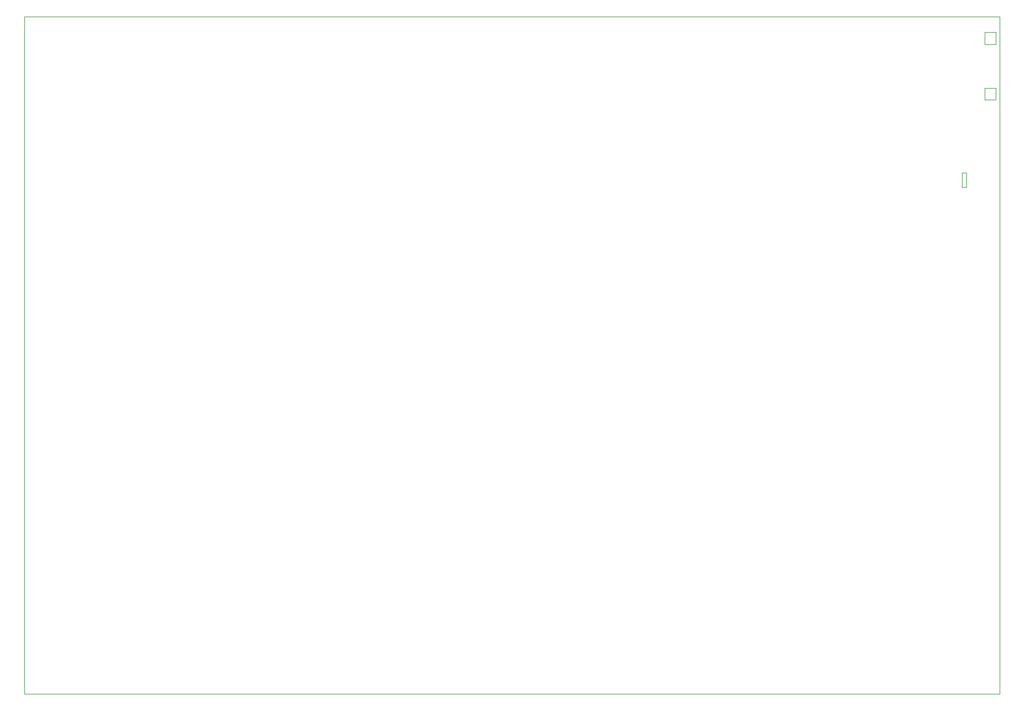
<source format=gm1>
G04 #@! TF.GenerationSoftware,KiCad,Pcbnew,9.0.1*
G04 #@! TF.CreationDate,2025-09-03T14:35:04-07:00*
G04 #@! TF.ProjectId,Project68,50726f6a-6563-4743-9638-2e6b69636164,rev?*
G04 #@! TF.SameCoordinates,Original*
G04 #@! TF.FileFunction,Profile,NP*
%FSLAX46Y46*%
G04 Gerber Fmt 4.6, Leading zero omitted, Abs format (unit mm)*
G04 Created by KiCad (PCBNEW 9.0.1) date 2025-09-03 14:35:04*
%MOMM*%
%LPD*%
G01*
G04 APERTURE LIST*
G04 #@! TA.AperFunction,Profile*
%ADD10C,0.050000*%
G04 #@! TD*
G04 #@! TA.AperFunction,Profile*
%ADD11C,0.010000*%
G04 #@! TD*
G04 APERTURE END LIST*
D10*
X85750000Y-39481000D02*
X234800000Y-39481000D01*
X234800000Y-143000000D01*
X85750000Y-143000000D01*
X85750000Y-39481000D01*
D11*
G04 #@! TO.C,J1*
X232550000Y-41850000D02*
X232550000Y-43650000D01*
X232550000Y-43650000D02*
X234250000Y-43650000D01*
X232550000Y-50350000D02*
X232550000Y-52150000D01*
X232550000Y-52150000D02*
X234250000Y-52150000D01*
X234250000Y-41850000D02*
X232550000Y-41850000D01*
X234250000Y-43650000D02*
X234250000Y-41850000D01*
X234250000Y-50350000D02*
X232550000Y-50350000D01*
X234250000Y-52150000D02*
X234250000Y-50350000D01*
G04 #@! TO.C,J2*
X229046000Y-63335000D02*
X229746000Y-63335000D01*
X229046000Y-65535000D02*
X229046000Y-63335000D01*
X229746000Y-63335000D02*
X229746000Y-65535000D01*
X229746000Y-65535000D02*
X229046000Y-65535000D01*
G04 #@! TD*
M02*

</source>
